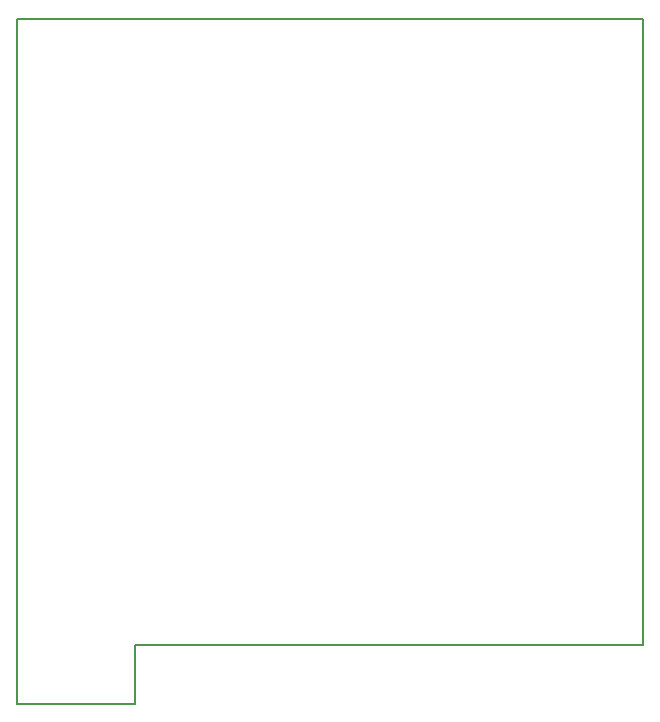
<source format=gbr>
%TF.GenerationSoftware,KiCad,Pcbnew,(5.1.12)-1*%
%TF.CreationDate,2023-01-08T12:27:17+03:00*%
%TF.ProjectId,windows_sensor_project,77696e64-6f77-4735-9f73-656e736f725f,rev?*%
%TF.SameCoordinates,Original*%
%TF.FileFunction,Profile,NP*%
%FSLAX46Y46*%
G04 Gerber Fmt 4.6, Leading zero omitted, Abs format (unit mm)*
G04 Created by KiCad (PCBNEW (5.1.12)-1) date 2023-01-08 12:27:17*
%MOMM*%
%LPD*%
G01*
G04 APERTURE LIST*
%TA.AperFunction,Profile*%
%ADD10C,0.200000*%
%TD*%
G04 APERTURE END LIST*
D10*
X152510000Y-60420000D02*
X99510000Y-60420000D01*
X152510000Y-113420000D02*
X152510000Y-60420000D01*
X99510000Y-118420000D02*
X104510000Y-118420000D01*
X99510000Y-113420000D02*
X99510000Y-118420000D01*
X109510000Y-113420000D02*
X152510000Y-113420000D01*
X109510000Y-113420000D02*
X109510000Y-118420000D01*
X99510000Y-60420000D02*
X99510000Y-113420000D01*
X109510000Y-118420000D02*
X104510000Y-118420000D01*
M02*

</source>
